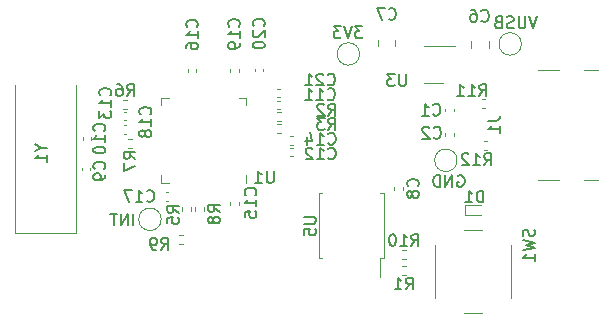
<source format=gbr>
%TF.GenerationSoftware,KiCad,Pcbnew,7.0.1*%
%TF.CreationDate,2023-04-17T02:54:27-04:00*%
%TF.ProjectId,DesktopSensorHub,4465736b-746f-4705-9365-6e736f724875,rev?*%
%TF.SameCoordinates,Original*%
%TF.FileFunction,Legend,Bot*%
%TF.FilePolarity,Positive*%
%FSLAX46Y46*%
G04 Gerber Fmt 4.6, Leading zero omitted, Abs format (unit mm)*
G04 Created by KiCad (PCBNEW 7.0.1) date 2023-04-17 02:54:27*
%MOMM*%
%LPD*%
G01*
G04 APERTURE LIST*
%ADD10C,0.150000*%
%ADD11C,0.120000*%
G04 APERTURE END LIST*
D10*
%TO.C,C6*%
X136516666Y-65467380D02*
X136564285Y-65515000D01*
X136564285Y-65515000D02*
X136707142Y-65562619D01*
X136707142Y-65562619D02*
X136802380Y-65562619D01*
X136802380Y-65562619D02*
X136945237Y-65515000D01*
X136945237Y-65515000D02*
X137040475Y-65419761D01*
X137040475Y-65419761D02*
X137088094Y-65324523D01*
X137088094Y-65324523D02*
X137135713Y-65134047D01*
X137135713Y-65134047D02*
X137135713Y-64991190D01*
X137135713Y-64991190D02*
X137088094Y-64800714D01*
X137088094Y-64800714D02*
X137040475Y-64705476D01*
X137040475Y-64705476D02*
X136945237Y-64610238D01*
X136945237Y-64610238D02*
X136802380Y-64562619D01*
X136802380Y-64562619D02*
X136707142Y-64562619D01*
X136707142Y-64562619D02*
X136564285Y-64610238D01*
X136564285Y-64610238D02*
X136516666Y-64657857D01*
X135659523Y-64562619D02*
X135849999Y-64562619D01*
X135849999Y-64562619D02*
X135945237Y-64610238D01*
X135945237Y-64610238D02*
X135992856Y-64657857D01*
X135992856Y-64657857D02*
X136088094Y-64800714D01*
X136088094Y-64800714D02*
X136135713Y-64991190D01*
X136135713Y-64991190D02*
X136135713Y-65372142D01*
X136135713Y-65372142D02*
X136088094Y-65467380D01*
X136088094Y-65467380D02*
X136040475Y-65515000D01*
X136040475Y-65515000D02*
X135945237Y-65562619D01*
X135945237Y-65562619D02*
X135754761Y-65562619D01*
X135754761Y-65562619D02*
X135659523Y-65515000D01*
X135659523Y-65515000D02*
X135611904Y-65467380D01*
X135611904Y-65467380D02*
X135564285Y-65372142D01*
X135564285Y-65372142D02*
X135564285Y-65134047D01*
X135564285Y-65134047D02*
X135611904Y-65038809D01*
X135611904Y-65038809D02*
X135659523Y-64991190D01*
X135659523Y-64991190D02*
X135754761Y-64943571D01*
X135754761Y-64943571D02*
X135945237Y-64943571D01*
X135945237Y-64943571D02*
X136040475Y-64991190D01*
X136040475Y-64991190D02*
X136088094Y-65038809D01*
X136088094Y-65038809D02*
X136135713Y-65134047D01*
%TO.C,C19*%
X115967380Y-65977142D02*
X116015000Y-65929523D01*
X116015000Y-65929523D02*
X116062619Y-65786666D01*
X116062619Y-65786666D02*
X116062619Y-65691428D01*
X116062619Y-65691428D02*
X116015000Y-65548571D01*
X116015000Y-65548571D02*
X115919761Y-65453333D01*
X115919761Y-65453333D02*
X115824523Y-65405714D01*
X115824523Y-65405714D02*
X115634047Y-65358095D01*
X115634047Y-65358095D02*
X115491190Y-65358095D01*
X115491190Y-65358095D02*
X115300714Y-65405714D01*
X115300714Y-65405714D02*
X115205476Y-65453333D01*
X115205476Y-65453333D02*
X115110238Y-65548571D01*
X115110238Y-65548571D02*
X115062619Y-65691428D01*
X115062619Y-65691428D02*
X115062619Y-65786666D01*
X115062619Y-65786666D02*
X115110238Y-65929523D01*
X115110238Y-65929523D02*
X115157857Y-65977142D01*
X116062619Y-66929523D02*
X116062619Y-66358095D01*
X116062619Y-66643809D02*
X115062619Y-66643809D01*
X115062619Y-66643809D02*
X115205476Y-66548571D01*
X115205476Y-66548571D02*
X115300714Y-66453333D01*
X115300714Y-66453333D02*
X115348333Y-66358095D01*
X116062619Y-67405714D02*
X116062619Y-67596190D01*
X116062619Y-67596190D02*
X116015000Y-67691428D01*
X116015000Y-67691428D02*
X115967380Y-67739047D01*
X115967380Y-67739047D02*
X115824523Y-67834285D01*
X115824523Y-67834285D02*
X115634047Y-67881904D01*
X115634047Y-67881904D02*
X115253095Y-67881904D01*
X115253095Y-67881904D02*
X115157857Y-67834285D01*
X115157857Y-67834285D02*
X115110238Y-67786666D01*
X115110238Y-67786666D02*
X115062619Y-67691428D01*
X115062619Y-67691428D02*
X115062619Y-67500952D01*
X115062619Y-67500952D02*
X115110238Y-67405714D01*
X115110238Y-67405714D02*
X115157857Y-67358095D01*
X115157857Y-67358095D02*
X115253095Y-67310476D01*
X115253095Y-67310476D02*
X115491190Y-67310476D01*
X115491190Y-67310476D02*
X115586428Y-67358095D01*
X115586428Y-67358095D02*
X115634047Y-67405714D01*
X115634047Y-67405714D02*
X115681666Y-67500952D01*
X115681666Y-67500952D02*
X115681666Y-67691428D01*
X115681666Y-67691428D02*
X115634047Y-67786666D01*
X115634047Y-67786666D02*
X115586428Y-67834285D01*
X115586428Y-67834285D02*
X115491190Y-67881904D01*
%TO.C,C17*%
X108192857Y-80717380D02*
X108240476Y-80765000D01*
X108240476Y-80765000D02*
X108383333Y-80812619D01*
X108383333Y-80812619D02*
X108478571Y-80812619D01*
X108478571Y-80812619D02*
X108621428Y-80765000D01*
X108621428Y-80765000D02*
X108716666Y-80669761D01*
X108716666Y-80669761D02*
X108764285Y-80574523D01*
X108764285Y-80574523D02*
X108811904Y-80384047D01*
X108811904Y-80384047D02*
X108811904Y-80241190D01*
X108811904Y-80241190D02*
X108764285Y-80050714D01*
X108764285Y-80050714D02*
X108716666Y-79955476D01*
X108716666Y-79955476D02*
X108621428Y-79860238D01*
X108621428Y-79860238D02*
X108478571Y-79812619D01*
X108478571Y-79812619D02*
X108383333Y-79812619D01*
X108383333Y-79812619D02*
X108240476Y-79860238D01*
X108240476Y-79860238D02*
X108192857Y-79907857D01*
X107240476Y-80812619D02*
X107811904Y-80812619D01*
X107526190Y-80812619D02*
X107526190Y-79812619D01*
X107526190Y-79812619D02*
X107621428Y-79955476D01*
X107621428Y-79955476D02*
X107716666Y-80050714D01*
X107716666Y-80050714D02*
X107811904Y-80098333D01*
X106907142Y-79812619D02*
X106240476Y-79812619D01*
X106240476Y-79812619D02*
X106669047Y-80812619D01*
%TO.C,Y1*%
X99236428Y-76223809D02*
X99712619Y-76223809D01*
X98712619Y-75890476D02*
X99236428Y-76223809D01*
X99236428Y-76223809D02*
X98712619Y-76557142D01*
X99712619Y-77414285D02*
X99712619Y-76842857D01*
X99712619Y-77128571D02*
X98712619Y-77128571D01*
X98712619Y-77128571D02*
X98855476Y-77033333D01*
X98855476Y-77033333D02*
X98950714Y-76938095D01*
X98950714Y-76938095D02*
X98998333Y-76842857D01*
%TO.C,D1*%
X136688094Y-80862619D02*
X136688094Y-79862619D01*
X136688094Y-79862619D02*
X136449999Y-79862619D01*
X136449999Y-79862619D02*
X136307142Y-79910238D01*
X136307142Y-79910238D02*
X136211904Y-80005476D01*
X136211904Y-80005476D02*
X136164285Y-80100714D01*
X136164285Y-80100714D02*
X136116666Y-80291190D01*
X136116666Y-80291190D02*
X136116666Y-80434047D01*
X136116666Y-80434047D02*
X136164285Y-80624523D01*
X136164285Y-80624523D02*
X136211904Y-80719761D01*
X136211904Y-80719761D02*
X136307142Y-80815000D01*
X136307142Y-80815000D02*
X136449999Y-80862619D01*
X136449999Y-80862619D02*
X136688094Y-80862619D01*
X135164285Y-80862619D02*
X135735713Y-80862619D01*
X135449999Y-80862619D02*
X135449999Y-79862619D01*
X135449999Y-79862619D02*
X135545237Y-80005476D01*
X135545237Y-80005476D02*
X135640475Y-80100714D01*
X135640475Y-80100714D02*
X135735713Y-80148333D01*
%TO.C,R6*%
X106516666Y-71862619D02*
X106849999Y-71386428D01*
X107088094Y-71862619D02*
X107088094Y-70862619D01*
X107088094Y-70862619D02*
X106707142Y-70862619D01*
X106707142Y-70862619D02*
X106611904Y-70910238D01*
X106611904Y-70910238D02*
X106564285Y-70957857D01*
X106564285Y-70957857D02*
X106516666Y-71053095D01*
X106516666Y-71053095D02*
X106516666Y-71195952D01*
X106516666Y-71195952D02*
X106564285Y-71291190D01*
X106564285Y-71291190D02*
X106611904Y-71338809D01*
X106611904Y-71338809D02*
X106707142Y-71386428D01*
X106707142Y-71386428D02*
X107088094Y-71386428D01*
X105659523Y-70862619D02*
X105849999Y-70862619D01*
X105849999Y-70862619D02*
X105945237Y-70910238D01*
X105945237Y-70910238D02*
X105992856Y-70957857D01*
X105992856Y-70957857D02*
X106088094Y-71100714D01*
X106088094Y-71100714D02*
X106135713Y-71291190D01*
X106135713Y-71291190D02*
X106135713Y-71672142D01*
X106135713Y-71672142D02*
X106088094Y-71767380D01*
X106088094Y-71767380D02*
X106040475Y-71815000D01*
X106040475Y-71815000D02*
X105945237Y-71862619D01*
X105945237Y-71862619D02*
X105754761Y-71862619D01*
X105754761Y-71862619D02*
X105659523Y-71815000D01*
X105659523Y-71815000D02*
X105611904Y-71767380D01*
X105611904Y-71767380D02*
X105564285Y-71672142D01*
X105564285Y-71672142D02*
X105564285Y-71434047D01*
X105564285Y-71434047D02*
X105611904Y-71338809D01*
X105611904Y-71338809D02*
X105659523Y-71291190D01*
X105659523Y-71291190D02*
X105754761Y-71243571D01*
X105754761Y-71243571D02*
X105945237Y-71243571D01*
X105945237Y-71243571D02*
X106040475Y-71291190D01*
X106040475Y-71291190D02*
X106088094Y-71338809D01*
X106088094Y-71338809D02*
X106135713Y-71434047D01*
%TO.C,R7*%
X107212619Y-77183333D02*
X106736428Y-76850000D01*
X107212619Y-76611905D02*
X106212619Y-76611905D01*
X106212619Y-76611905D02*
X106212619Y-76992857D01*
X106212619Y-76992857D02*
X106260238Y-77088095D01*
X106260238Y-77088095D02*
X106307857Y-77135714D01*
X106307857Y-77135714D02*
X106403095Y-77183333D01*
X106403095Y-77183333D02*
X106545952Y-77183333D01*
X106545952Y-77183333D02*
X106641190Y-77135714D01*
X106641190Y-77135714D02*
X106688809Y-77088095D01*
X106688809Y-77088095D02*
X106736428Y-76992857D01*
X106736428Y-76992857D02*
X106736428Y-76611905D01*
X106212619Y-77516667D02*
X106212619Y-78183333D01*
X106212619Y-78183333D02*
X107212619Y-77754762D01*
%TO.C,R11*%
X136342857Y-71862619D02*
X136676190Y-71386428D01*
X136914285Y-71862619D02*
X136914285Y-70862619D01*
X136914285Y-70862619D02*
X136533333Y-70862619D01*
X136533333Y-70862619D02*
X136438095Y-70910238D01*
X136438095Y-70910238D02*
X136390476Y-70957857D01*
X136390476Y-70957857D02*
X136342857Y-71053095D01*
X136342857Y-71053095D02*
X136342857Y-71195952D01*
X136342857Y-71195952D02*
X136390476Y-71291190D01*
X136390476Y-71291190D02*
X136438095Y-71338809D01*
X136438095Y-71338809D02*
X136533333Y-71386428D01*
X136533333Y-71386428D02*
X136914285Y-71386428D01*
X135390476Y-71862619D02*
X135961904Y-71862619D01*
X135676190Y-71862619D02*
X135676190Y-70862619D01*
X135676190Y-70862619D02*
X135771428Y-71005476D01*
X135771428Y-71005476D02*
X135866666Y-71100714D01*
X135866666Y-71100714D02*
X135961904Y-71148333D01*
X134438095Y-71862619D02*
X135009523Y-71862619D01*
X134723809Y-71862619D02*
X134723809Y-70862619D01*
X134723809Y-70862619D02*
X134819047Y-71005476D01*
X134819047Y-71005476D02*
X134914285Y-71100714D01*
X134914285Y-71100714D02*
X135009523Y-71148333D01*
%TO.C,C9*%
X104567380Y-78033333D02*
X104615000Y-77985714D01*
X104615000Y-77985714D02*
X104662619Y-77842857D01*
X104662619Y-77842857D02*
X104662619Y-77747619D01*
X104662619Y-77747619D02*
X104615000Y-77604762D01*
X104615000Y-77604762D02*
X104519761Y-77509524D01*
X104519761Y-77509524D02*
X104424523Y-77461905D01*
X104424523Y-77461905D02*
X104234047Y-77414286D01*
X104234047Y-77414286D02*
X104091190Y-77414286D01*
X104091190Y-77414286D02*
X103900714Y-77461905D01*
X103900714Y-77461905D02*
X103805476Y-77509524D01*
X103805476Y-77509524D02*
X103710238Y-77604762D01*
X103710238Y-77604762D02*
X103662619Y-77747619D01*
X103662619Y-77747619D02*
X103662619Y-77842857D01*
X103662619Y-77842857D02*
X103710238Y-77985714D01*
X103710238Y-77985714D02*
X103757857Y-78033333D01*
X104662619Y-78509524D02*
X104662619Y-78700000D01*
X104662619Y-78700000D02*
X104615000Y-78795238D01*
X104615000Y-78795238D02*
X104567380Y-78842857D01*
X104567380Y-78842857D02*
X104424523Y-78938095D01*
X104424523Y-78938095D02*
X104234047Y-78985714D01*
X104234047Y-78985714D02*
X103853095Y-78985714D01*
X103853095Y-78985714D02*
X103757857Y-78938095D01*
X103757857Y-78938095D02*
X103710238Y-78890476D01*
X103710238Y-78890476D02*
X103662619Y-78795238D01*
X103662619Y-78795238D02*
X103662619Y-78604762D01*
X103662619Y-78604762D02*
X103710238Y-78509524D01*
X103710238Y-78509524D02*
X103757857Y-78461905D01*
X103757857Y-78461905D02*
X103853095Y-78414286D01*
X103853095Y-78414286D02*
X104091190Y-78414286D01*
X104091190Y-78414286D02*
X104186428Y-78461905D01*
X104186428Y-78461905D02*
X104234047Y-78509524D01*
X104234047Y-78509524D02*
X104281666Y-78604762D01*
X104281666Y-78604762D02*
X104281666Y-78795238D01*
X104281666Y-78795238D02*
X104234047Y-78890476D01*
X104234047Y-78890476D02*
X104186428Y-78938095D01*
X104186428Y-78938095D02*
X104091190Y-78985714D01*
%TO.C,R5*%
X110912619Y-81733333D02*
X110436428Y-81400000D01*
X110912619Y-81161905D02*
X109912619Y-81161905D01*
X109912619Y-81161905D02*
X109912619Y-81542857D01*
X109912619Y-81542857D02*
X109960238Y-81638095D01*
X109960238Y-81638095D02*
X110007857Y-81685714D01*
X110007857Y-81685714D02*
X110103095Y-81733333D01*
X110103095Y-81733333D02*
X110245952Y-81733333D01*
X110245952Y-81733333D02*
X110341190Y-81685714D01*
X110341190Y-81685714D02*
X110388809Y-81638095D01*
X110388809Y-81638095D02*
X110436428Y-81542857D01*
X110436428Y-81542857D02*
X110436428Y-81161905D01*
X109912619Y-82638095D02*
X109912619Y-82161905D01*
X109912619Y-82161905D02*
X110388809Y-82114286D01*
X110388809Y-82114286D02*
X110341190Y-82161905D01*
X110341190Y-82161905D02*
X110293571Y-82257143D01*
X110293571Y-82257143D02*
X110293571Y-82495238D01*
X110293571Y-82495238D02*
X110341190Y-82590476D01*
X110341190Y-82590476D02*
X110388809Y-82638095D01*
X110388809Y-82638095D02*
X110484047Y-82685714D01*
X110484047Y-82685714D02*
X110722142Y-82685714D01*
X110722142Y-82685714D02*
X110817380Y-82638095D01*
X110817380Y-82638095D02*
X110865000Y-82590476D01*
X110865000Y-82590476D02*
X110912619Y-82495238D01*
X110912619Y-82495238D02*
X110912619Y-82257143D01*
X110912619Y-82257143D02*
X110865000Y-82161905D01*
X110865000Y-82161905D02*
X110817380Y-82114286D01*
%TO.C,SW1*%
X140965000Y-83166667D02*
X141012619Y-83309524D01*
X141012619Y-83309524D02*
X141012619Y-83547619D01*
X141012619Y-83547619D02*
X140965000Y-83642857D01*
X140965000Y-83642857D02*
X140917380Y-83690476D01*
X140917380Y-83690476D02*
X140822142Y-83738095D01*
X140822142Y-83738095D02*
X140726904Y-83738095D01*
X140726904Y-83738095D02*
X140631666Y-83690476D01*
X140631666Y-83690476D02*
X140584047Y-83642857D01*
X140584047Y-83642857D02*
X140536428Y-83547619D01*
X140536428Y-83547619D02*
X140488809Y-83357143D01*
X140488809Y-83357143D02*
X140441190Y-83261905D01*
X140441190Y-83261905D02*
X140393571Y-83214286D01*
X140393571Y-83214286D02*
X140298333Y-83166667D01*
X140298333Y-83166667D02*
X140203095Y-83166667D01*
X140203095Y-83166667D02*
X140107857Y-83214286D01*
X140107857Y-83214286D02*
X140060238Y-83261905D01*
X140060238Y-83261905D02*
X140012619Y-83357143D01*
X140012619Y-83357143D02*
X140012619Y-83595238D01*
X140012619Y-83595238D02*
X140060238Y-83738095D01*
X140012619Y-84071429D02*
X141012619Y-84309524D01*
X141012619Y-84309524D02*
X140298333Y-84500000D01*
X140298333Y-84500000D02*
X141012619Y-84690476D01*
X141012619Y-84690476D02*
X140012619Y-84928572D01*
X141012619Y-85833333D02*
X141012619Y-85261905D01*
X141012619Y-85547619D02*
X140012619Y-85547619D01*
X140012619Y-85547619D02*
X140155476Y-85452381D01*
X140155476Y-85452381D02*
X140250714Y-85357143D01*
X140250714Y-85357143D02*
X140298333Y-85261905D01*
%TO.C,C8*%
X131117380Y-79503333D02*
X131165000Y-79455714D01*
X131165000Y-79455714D02*
X131212619Y-79312857D01*
X131212619Y-79312857D02*
X131212619Y-79217619D01*
X131212619Y-79217619D02*
X131165000Y-79074762D01*
X131165000Y-79074762D02*
X131069761Y-78979524D01*
X131069761Y-78979524D02*
X130974523Y-78931905D01*
X130974523Y-78931905D02*
X130784047Y-78884286D01*
X130784047Y-78884286D02*
X130641190Y-78884286D01*
X130641190Y-78884286D02*
X130450714Y-78931905D01*
X130450714Y-78931905D02*
X130355476Y-78979524D01*
X130355476Y-78979524D02*
X130260238Y-79074762D01*
X130260238Y-79074762D02*
X130212619Y-79217619D01*
X130212619Y-79217619D02*
X130212619Y-79312857D01*
X130212619Y-79312857D02*
X130260238Y-79455714D01*
X130260238Y-79455714D02*
X130307857Y-79503333D01*
X130641190Y-80074762D02*
X130593571Y-79979524D01*
X130593571Y-79979524D02*
X130545952Y-79931905D01*
X130545952Y-79931905D02*
X130450714Y-79884286D01*
X130450714Y-79884286D02*
X130403095Y-79884286D01*
X130403095Y-79884286D02*
X130307857Y-79931905D01*
X130307857Y-79931905D02*
X130260238Y-79979524D01*
X130260238Y-79979524D02*
X130212619Y-80074762D01*
X130212619Y-80074762D02*
X130212619Y-80265238D01*
X130212619Y-80265238D02*
X130260238Y-80360476D01*
X130260238Y-80360476D02*
X130307857Y-80408095D01*
X130307857Y-80408095D02*
X130403095Y-80455714D01*
X130403095Y-80455714D02*
X130450714Y-80455714D01*
X130450714Y-80455714D02*
X130545952Y-80408095D01*
X130545952Y-80408095D02*
X130593571Y-80360476D01*
X130593571Y-80360476D02*
X130641190Y-80265238D01*
X130641190Y-80265238D02*
X130641190Y-80074762D01*
X130641190Y-80074762D02*
X130688809Y-79979524D01*
X130688809Y-79979524D02*
X130736428Y-79931905D01*
X130736428Y-79931905D02*
X130831666Y-79884286D01*
X130831666Y-79884286D02*
X131022142Y-79884286D01*
X131022142Y-79884286D02*
X131117380Y-79931905D01*
X131117380Y-79931905D02*
X131165000Y-79979524D01*
X131165000Y-79979524D02*
X131212619Y-80074762D01*
X131212619Y-80074762D02*
X131212619Y-80265238D01*
X131212619Y-80265238D02*
X131165000Y-80360476D01*
X131165000Y-80360476D02*
X131117380Y-80408095D01*
X131117380Y-80408095D02*
X131022142Y-80455714D01*
X131022142Y-80455714D02*
X130831666Y-80455714D01*
X130831666Y-80455714D02*
X130736428Y-80408095D01*
X130736428Y-80408095D02*
X130688809Y-80360476D01*
X130688809Y-80360476D02*
X130641190Y-80265238D01*
%TO.C,U1*%
X118911904Y-78212619D02*
X118911904Y-79022142D01*
X118911904Y-79022142D02*
X118864285Y-79117380D01*
X118864285Y-79117380D02*
X118816666Y-79165000D01*
X118816666Y-79165000D02*
X118721428Y-79212619D01*
X118721428Y-79212619D02*
X118530952Y-79212619D01*
X118530952Y-79212619D02*
X118435714Y-79165000D01*
X118435714Y-79165000D02*
X118388095Y-79117380D01*
X118388095Y-79117380D02*
X118340476Y-79022142D01*
X118340476Y-79022142D02*
X118340476Y-78212619D01*
X117340476Y-79212619D02*
X117911904Y-79212619D01*
X117626190Y-79212619D02*
X117626190Y-78212619D01*
X117626190Y-78212619D02*
X117721428Y-78355476D01*
X117721428Y-78355476D02*
X117816666Y-78450714D01*
X117816666Y-78450714D02*
X117911904Y-78498333D01*
%TO.C,R1*%
X130116666Y-88232619D02*
X130449999Y-87756428D01*
X130688094Y-88232619D02*
X130688094Y-87232619D01*
X130688094Y-87232619D02*
X130307142Y-87232619D01*
X130307142Y-87232619D02*
X130211904Y-87280238D01*
X130211904Y-87280238D02*
X130164285Y-87327857D01*
X130164285Y-87327857D02*
X130116666Y-87423095D01*
X130116666Y-87423095D02*
X130116666Y-87565952D01*
X130116666Y-87565952D02*
X130164285Y-87661190D01*
X130164285Y-87661190D02*
X130211904Y-87708809D01*
X130211904Y-87708809D02*
X130307142Y-87756428D01*
X130307142Y-87756428D02*
X130688094Y-87756428D01*
X129164285Y-88232619D02*
X129735713Y-88232619D01*
X129449999Y-88232619D02*
X129449999Y-87232619D01*
X129449999Y-87232619D02*
X129545237Y-87375476D01*
X129545237Y-87375476D02*
X129640475Y-87470714D01*
X129640475Y-87470714D02*
X129735713Y-87518333D01*
%TO.C,R8*%
X114362619Y-81683333D02*
X113886428Y-81350000D01*
X114362619Y-81111905D02*
X113362619Y-81111905D01*
X113362619Y-81111905D02*
X113362619Y-81492857D01*
X113362619Y-81492857D02*
X113410238Y-81588095D01*
X113410238Y-81588095D02*
X113457857Y-81635714D01*
X113457857Y-81635714D02*
X113553095Y-81683333D01*
X113553095Y-81683333D02*
X113695952Y-81683333D01*
X113695952Y-81683333D02*
X113791190Y-81635714D01*
X113791190Y-81635714D02*
X113838809Y-81588095D01*
X113838809Y-81588095D02*
X113886428Y-81492857D01*
X113886428Y-81492857D02*
X113886428Y-81111905D01*
X113791190Y-82254762D02*
X113743571Y-82159524D01*
X113743571Y-82159524D02*
X113695952Y-82111905D01*
X113695952Y-82111905D02*
X113600714Y-82064286D01*
X113600714Y-82064286D02*
X113553095Y-82064286D01*
X113553095Y-82064286D02*
X113457857Y-82111905D01*
X113457857Y-82111905D02*
X113410238Y-82159524D01*
X113410238Y-82159524D02*
X113362619Y-82254762D01*
X113362619Y-82254762D02*
X113362619Y-82445238D01*
X113362619Y-82445238D02*
X113410238Y-82540476D01*
X113410238Y-82540476D02*
X113457857Y-82588095D01*
X113457857Y-82588095D02*
X113553095Y-82635714D01*
X113553095Y-82635714D02*
X113600714Y-82635714D01*
X113600714Y-82635714D02*
X113695952Y-82588095D01*
X113695952Y-82588095D02*
X113743571Y-82540476D01*
X113743571Y-82540476D02*
X113791190Y-82445238D01*
X113791190Y-82445238D02*
X113791190Y-82254762D01*
X113791190Y-82254762D02*
X113838809Y-82159524D01*
X113838809Y-82159524D02*
X113886428Y-82111905D01*
X113886428Y-82111905D02*
X113981666Y-82064286D01*
X113981666Y-82064286D02*
X114172142Y-82064286D01*
X114172142Y-82064286D02*
X114267380Y-82111905D01*
X114267380Y-82111905D02*
X114315000Y-82159524D01*
X114315000Y-82159524D02*
X114362619Y-82254762D01*
X114362619Y-82254762D02*
X114362619Y-82445238D01*
X114362619Y-82445238D02*
X114315000Y-82540476D01*
X114315000Y-82540476D02*
X114267380Y-82588095D01*
X114267380Y-82588095D02*
X114172142Y-82635714D01*
X114172142Y-82635714D02*
X113981666Y-82635714D01*
X113981666Y-82635714D02*
X113886428Y-82588095D01*
X113886428Y-82588095D02*
X113838809Y-82540476D01*
X113838809Y-82540476D02*
X113791190Y-82445238D01*
%TO.C,TP1*%
X126438094Y-65962619D02*
X125819047Y-65962619D01*
X125819047Y-65962619D02*
X126152380Y-66343571D01*
X126152380Y-66343571D02*
X126009523Y-66343571D01*
X126009523Y-66343571D02*
X125914285Y-66391190D01*
X125914285Y-66391190D02*
X125866666Y-66438809D01*
X125866666Y-66438809D02*
X125819047Y-66534047D01*
X125819047Y-66534047D02*
X125819047Y-66772142D01*
X125819047Y-66772142D02*
X125866666Y-66867380D01*
X125866666Y-66867380D02*
X125914285Y-66915000D01*
X125914285Y-66915000D02*
X126009523Y-66962619D01*
X126009523Y-66962619D02*
X126295237Y-66962619D01*
X126295237Y-66962619D02*
X126390475Y-66915000D01*
X126390475Y-66915000D02*
X126438094Y-66867380D01*
X125533332Y-65962619D02*
X125199999Y-66962619D01*
X125199999Y-66962619D02*
X124866666Y-65962619D01*
X124628570Y-65962619D02*
X124009523Y-65962619D01*
X124009523Y-65962619D02*
X124342856Y-66343571D01*
X124342856Y-66343571D02*
X124199999Y-66343571D01*
X124199999Y-66343571D02*
X124104761Y-66391190D01*
X124104761Y-66391190D02*
X124057142Y-66438809D01*
X124057142Y-66438809D02*
X124009523Y-66534047D01*
X124009523Y-66534047D02*
X124009523Y-66772142D01*
X124009523Y-66772142D02*
X124057142Y-66867380D01*
X124057142Y-66867380D02*
X124104761Y-66915000D01*
X124104761Y-66915000D02*
X124199999Y-66962619D01*
X124199999Y-66962619D02*
X124485713Y-66962619D01*
X124485713Y-66962619D02*
X124580951Y-66915000D01*
X124580951Y-66915000D02*
X124628570Y-66867380D01*
%TO.C,R12*%
X136742857Y-77712619D02*
X137076190Y-77236428D01*
X137314285Y-77712619D02*
X137314285Y-76712619D01*
X137314285Y-76712619D02*
X136933333Y-76712619D01*
X136933333Y-76712619D02*
X136838095Y-76760238D01*
X136838095Y-76760238D02*
X136790476Y-76807857D01*
X136790476Y-76807857D02*
X136742857Y-76903095D01*
X136742857Y-76903095D02*
X136742857Y-77045952D01*
X136742857Y-77045952D02*
X136790476Y-77141190D01*
X136790476Y-77141190D02*
X136838095Y-77188809D01*
X136838095Y-77188809D02*
X136933333Y-77236428D01*
X136933333Y-77236428D02*
X137314285Y-77236428D01*
X135790476Y-77712619D02*
X136361904Y-77712619D01*
X136076190Y-77712619D02*
X136076190Y-76712619D01*
X136076190Y-76712619D02*
X136171428Y-76855476D01*
X136171428Y-76855476D02*
X136266666Y-76950714D01*
X136266666Y-76950714D02*
X136361904Y-76998333D01*
X135409523Y-76807857D02*
X135361904Y-76760238D01*
X135361904Y-76760238D02*
X135266666Y-76712619D01*
X135266666Y-76712619D02*
X135028571Y-76712619D01*
X135028571Y-76712619D02*
X134933333Y-76760238D01*
X134933333Y-76760238D02*
X134885714Y-76807857D01*
X134885714Y-76807857D02*
X134838095Y-76903095D01*
X134838095Y-76903095D02*
X134838095Y-76998333D01*
X134838095Y-76998333D02*
X134885714Y-77141190D01*
X134885714Y-77141190D02*
X135457142Y-77712619D01*
X135457142Y-77712619D02*
X134838095Y-77712619D01*
%TO.C,C13*%
X105067380Y-71807142D02*
X105115000Y-71759523D01*
X105115000Y-71759523D02*
X105162619Y-71616666D01*
X105162619Y-71616666D02*
X105162619Y-71521428D01*
X105162619Y-71521428D02*
X105115000Y-71378571D01*
X105115000Y-71378571D02*
X105019761Y-71283333D01*
X105019761Y-71283333D02*
X104924523Y-71235714D01*
X104924523Y-71235714D02*
X104734047Y-71188095D01*
X104734047Y-71188095D02*
X104591190Y-71188095D01*
X104591190Y-71188095D02*
X104400714Y-71235714D01*
X104400714Y-71235714D02*
X104305476Y-71283333D01*
X104305476Y-71283333D02*
X104210238Y-71378571D01*
X104210238Y-71378571D02*
X104162619Y-71521428D01*
X104162619Y-71521428D02*
X104162619Y-71616666D01*
X104162619Y-71616666D02*
X104210238Y-71759523D01*
X104210238Y-71759523D02*
X104257857Y-71807142D01*
X105162619Y-72759523D02*
X105162619Y-72188095D01*
X105162619Y-72473809D02*
X104162619Y-72473809D01*
X104162619Y-72473809D02*
X104305476Y-72378571D01*
X104305476Y-72378571D02*
X104400714Y-72283333D01*
X104400714Y-72283333D02*
X104448333Y-72188095D01*
X104162619Y-73092857D02*
X104162619Y-73711904D01*
X104162619Y-73711904D02*
X104543571Y-73378571D01*
X104543571Y-73378571D02*
X104543571Y-73521428D01*
X104543571Y-73521428D02*
X104591190Y-73616666D01*
X104591190Y-73616666D02*
X104638809Y-73664285D01*
X104638809Y-73664285D02*
X104734047Y-73711904D01*
X104734047Y-73711904D02*
X104972142Y-73711904D01*
X104972142Y-73711904D02*
X105067380Y-73664285D01*
X105067380Y-73664285D02*
X105115000Y-73616666D01*
X105115000Y-73616666D02*
X105162619Y-73521428D01*
X105162619Y-73521428D02*
X105162619Y-73235714D01*
X105162619Y-73235714D02*
X105115000Y-73140476D01*
X105115000Y-73140476D02*
X105067380Y-73092857D01*
%TO.C,TP2*%
X134511904Y-78610238D02*
X134607142Y-78562619D01*
X134607142Y-78562619D02*
X134749999Y-78562619D01*
X134749999Y-78562619D02*
X134892856Y-78610238D01*
X134892856Y-78610238D02*
X134988094Y-78705476D01*
X134988094Y-78705476D02*
X135035713Y-78800714D01*
X135035713Y-78800714D02*
X135083332Y-78991190D01*
X135083332Y-78991190D02*
X135083332Y-79134047D01*
X135083332Y-79134047D02*
X135035713Y-79324523D01*
X135035713Y-79324523D02*
X134988094Y-79419761D01*
X134988094Y-79419761D02*
X134892856Y-79515000D01*
X134892856Y-79515000D02*
X134749999Y-79562619D01*
X134749999Y-79562619D02*
X134654761Y-79562619D01*
X134654761Y-79562619D02*
X134511904Y-79515000D01*
X134511904Y-79515000D02*
X134464285Y-79467380D01*
X134464285Y-79467380D02*
X134464285Y-79134047D01*
X134464285Y-79134047D02*
X134654761Y-79134047D01*
X134035713Y-79562619D02*
X134035713Y-78562619D01*
X134035713Y-78562619D02*
X133464285Y-79562619D01*
X133464285Y-79562619D02*
X133464285Y-78562619D01*
X132988094Y-79562619D02*
X132988094Y-78562619D01*
X132988094Y-78562619D02*
X132749999Y-78562619D01*
X132749999Y-78562619D02*
X132607142Y-78610238D01*
X132607142Y-78610238D02*
X132511904Y-78705476D01*
X132511904Y-78705476D02*
X132464285Y-78800714D01*
X132464285Y-78800714D02*
X132416666Y-78991190D01*
X132416666Y-78991190D02*
X132416666Y-79134047D01*
X132416666Y-79134047D02*
X132464285Y-79324523D01*
X132464285Y-79324523D02*
X132511904Y-79419761D01*
X132511904Y-79419761D02*
X132607142Y-79515000D01*
X132607142Y-79515000D02*
X132749999Y-79562619D01*
X132749999Y-79562619D02*
X132988094Y-79562619D01*
%TO.C,R2*%
X123566666Y-73512619D02*
X123899999Y-73036428D01*
X124138094Y-73512619D02*
X124138094Y-72512619D01*
X124138094Y-72512619D02*
X123757142Y-72512619D01*
X123757142Y-72512619D02*
X123661904Y-72560238D01*
X123661904Y-72560238D02*
X123614285Y-72607857D01*
X123614285Y-72607857D02*
X123566666Y-72703095D01*
X123566666Y-72703095D02*
X123566666Y-72845952D01*
X123566666Y-72845952D02*
X123614285Y-72941190D01*
X123614285Y-72941190D02*
X123661904Y-72988809D01*
X123661904Y-72988809D02*
X123757142Y-73036428D01*
X123757142Y-73036428D02*
X124138094Y-73036428D01*
X123185713Y-72607857D02*
X123138094Y-72560238D01*
X123138094Y-72560238D02*
X123042856Y-72512619D01*
X123042856Y-72512619D02*
X122804761Y-72512619D01*
X122804761Y-72512619D02*
X122709523Y-72560238D01*
X122709523Y-72560238D02*
X122661904Y-72607857D01*
X122661904Y-72607857D02*
X122614285Y-72703095D01*
X122614285Y-72703095D02*
X122614285Y-72798333D01*
X122614285Y-72798333D02*
X122661904Y-72941190D01*
X122661904Y-72941190D02*
X123233332Y-73512619D01*
X123233332Y-73512619D02*
X122614285Y-73512619D01*
%TO.C,C11*%
X123492857Y-72117380D02*
X123540476Y-72165000D01*
X123540476Y-72165000D02*
X123683333Y-72212619D01*
X123683333Y-72212619D02*
X123778571Y-72212619D01*
X123778571Y-72212619D02*
X123921428Y-72165000D01*
X123921428Y-72165000D02*
X124016666Y-72069761D01*
X124016666Y-72069761D02*
X124064285Y-71974523D01*
X124064285Y-71974523D02*
X124111904Y-71784047D01*
X124111904Y-71784047D02*
X124111904Y-71641190D01*
X124111904Y-71641190D02*
X124064285Y-71450714D01*
X124064285Y-71450714D02*
X124016666Y-71355476D01*
X124016666Y-71355476D02*
X123921428Y-71260238D01*
X123921428Y-71260238D02*
X123778571Y-71212619D01*
X123778571Y-71212619D02*
X123683333Y-71212619D01*
X123683333Y-71212619D02*
X123540476Y-71260238D01*
X123540476Y-71260238D02*
X123492857Y-71307857D01*
X122540476Y-72212619D02*
X123111904Y-72212619D01*
X122826190Y-72212619D02*
X122826190Y-71212619D01*
X122826190Y-71212619D02*
X122921428Y-71355476D01*
X122921428Y-71355476D02*
X123016666Y-71450714D01*
X123016666Y-71450714D02*
X123111904Y-71498333D01*
X121588095Y-72212619D02*
X122159523Y-72212619D01*
X121873809Y-72212619D02*
X121873809Y-71212619D01*
X121873809Y-71212619D02*
X121969047Y-71355476D01*
X121969047Y-71355476D02*
X122064285Y-71450714D01*
X122064285Y-71450714D02*
X122159523Y-71498333D01*
%TO.C,C1*%
X132416666Y-73417380D02*
X132464285Y-73465000D01*
X132464285Y-73465000D02*
X132607142Y-73512619D01*
X132607142Y-73512619D02*
X132702380Y-73512619D01*
X132702380Y-73512619D02*
X132845237Y-73465000D01*
X132845237Y-73465000D02*
X132940475Y-73369761D01*
X132940475Y-73369761D02*
X132988094Y-73274523D01*
X132988094Y-73274523D02*
X133035713Y-73084047D01*
X133035713Y-73084047D02*
X133035713Y-72941190D01*
X133035713Y-72941190D02*
X132988094Y-72750714D01*
X132988094Y-72750714D02*
X132940475Y-72655476D01*
X132940475Y-72655476D02*
X132845237Y-72560238D01*
X132845237Y-72560238D02*
X132702380Y-72512619D01*
X132702380Y-72512619D02*
X132607142Y-72512619D01*
X132607142Y-72512619D02*
X132464285Y-72560238D01*
X132464285Y-72560238D02*
X132416666Y-72607857D01*
X131464285Y-73512619D02*
X132035713Y-73512619D01*
X131749999Y-73512619D02*
X131749999Y-72512619D01*
X131749999Y-72512619D02*
X131845237Y-72655476D01*
X131845237Y-72655476D02*
X131940475Y-72750714D01*
X131940475Y-72750714D02*
X132035713Y-72798333D01*
%TO.C,R10*%
X130592857Y-84542619D02*
X130926190Y-84066428D01*
X131164285Y-84542619D02*
X131164285Y-83542619D01*
X131164285Y-83542619D02*
X130783333Y-83542619D01*
X130783333Y-83542619D02*
X130688095Y-83590238D01*
X130688095Y-83590238D02*
X130640476Y-83637857D01*
X130640476Y-83637857D02*
X130592857Y-83733095D01*
X130592857Y-83733095D02*
X130592857Y-83875952D01*
X130592857Y-83875952D02*
X130640476Y-83971190D01*
X130640476Y-83971190D02*
X130688095Y-84018809D01*
X130688095Y-84018809D02*
X130783333Y-84066428D01*
X130783333Y-84066428D02*
X131164285Y-84066428D01*
X129640476Y-84542619D02*
X130211904Y-84542619D01*
X129926190Y-84542619D02*
X129926190Y-83542619D01*
X129926190Y-83542619D02*
X130021428Y-83685476D01*
X130021428Y-83685476D02*
X130116666Y-83780714D01*
X130116666Y-83780714D02*
X130211904Y-83828333D01*
X129021428Y-83542619D02*
X128926190Y-83542619D01*
X128926190Y-83542619D02*
X128830952Y-83590238D01*
X128830952Y-83590238D02*
X128783333Y-83637857D01*
X128783333Y-83637857D02*
X128735714Y-83733095D01*
X128735714Y-83733095D02*
X128688095Y-83923571D01*
X128688095Y-83923571D02*
X128688095Y-84161666D01*
X128688095Y-84161666D02*
X128735714Y-84352142D01*
X128735714Y-84352142D02*
X128783333Y-84447380D01*
X128783333Y-84447380D02*
X128830952Y-84495000D01*
X128830952Y-84495000D02*
X128926190Y-84542619D01*
X128926190Y-84542619D02*
X129021428Y-84542619D01*
X129021428Y-84542619D02*
X129116666Y-84495000D01*
X129116666Y-84495000D02*
X129164285Y-84447380D01*
X129164285Y-84447380D02*
X129211904Y-84352142D01*
X129211904Y-84352142D02*
X129259523Y-84161666D01*
X129259523Y-84161666D02*
X129259523Y-83923571D01*
X129259523Y-83923571D02*
X129211904Y-83733095D01*
X129211904Y-83733095D02*
X129164285Y-83637857D01*
X129164285Y-83637857D02*
X129116666Y-83590238D01*
X129116666Y-83590238D02*
X129021428Y-83542619D01*
%TO.C,J1*%
X137062619Y-73966666D02*
X137776904Y-73966666D01*
X137776904Y-73966666D02*
X137919761Y-73919047D01*
X137919761Y-73919047D02*
X138015000Y-73823809D01*
X138015000Y-73823809D02*
X138062619Y-73680952D01*
X138062619Y-73680952D02*
X138062619Y-73585714D01*
X138062619Y-74966666D02*
X138062619Y-74395238D01*
X138062619Y-74680952D02*
X137062619Y-74680952D01*
X137062619Y-74680952D02*
X137205476Y-74585714D01*
X137205476Y-74585714D02*
X137300714Y-74490476D01*
X137300714Y-74490476D02*
X137348333Y-74395238D01*
%TO.C,R3*%
X123566666Y-74712619D02*
X123899999Y-74236428D01*
X124138094Y-74712619D02*
X124138094Y-73712619D01*
X124138094Y-73712619D02*
X123757142Y-73712619D01*
X123757142Y-73712619D02*
X123661904Y-73760238D01*
X123661904Y-73760238D02*
X123614285Y-73807857D01*
X123614285Y-73807857D02*
X123566666Y-73903095D01*
X123566666Y-73903095D02*
X123566666Y-74045952D01*
X123566666Y-74045952D02*
X123614285Y-74141190D01*
X123614285Y-74141190D02*
X123661904Y-74188809D01*
X123661904Y-74188809D02*
X123757142Y-74236428D01*
X123757142Y-74236428D02*
X124138094Y-74236428D01*
X123233332Y-73712619D02*
X122614285Y-73712619D01*
X122614285Y-73712619D02*
X122947618Y-74093571D01*
X122947618Y-74093571D02*
X122804761Y-74093571D01*
X122804761Y-74093571D02*
X122709523Y-74141190D01*
X122709523Y-74141190D02*
X122661904Y-74188809D01*
X122661904Y-74188809D02*
X122614285Y-74284047D01*
X122614285Y-74284047D02*
X122614285Y-74522142D01*
X122614285Y-74522142D02*
X122661904Y-74617380D01*
X122661904Y-74617380D02*
X122709523Y-74665000D01*
X122709523Y-74665000D02*
X122804761Y-74712619D01*
X122804761Y-74712619D02*
X123090475Y-74712619D01*
X123090475Y-74712619D02*
X123185713Y-74665000D01*
X123185713Y-74665000D02*
X123233332Y-74617380D01*
%TO.C,C20*%
X118067380Y-65927142D02*
X118115000Y-65879523D01*
X118115000Y-65879523D02*
X118162619Y-65736666D01*
X118162619Y-65736666D02*
X118162619Y-65641428D01*
X118162619Y-65641428D02*
X118115000Y-65498571D01*
X118115000Y-65498571D02*
X118019761Y-65403333D01*
X118019761Y-65403333D02*
X117924523Y-65355714D01*
X117924523Y-65355714D02*
X117734047Y-65308095D01*
X117734047Y-65308095D02*
X117591190Y-65308095D01*
X117591190Y-65308095D02*
X117400714Y-65355714D01*
X117400714Y-65355714D02*
X117305476Y-65403333D01*
X117305476Y-65403333D02*
X117210238Y-65498571D01*
X117210238Y-65498571D02*
X117162619Y-65641428D01*
X117162619Y-65641428D02*
X117162619Y-65736666D01*
X117162619Y-65736666D02*
X117210238Y-65879523D01*
X117210238Y-65879523D02*
X117257857Y-65927142D01*
X117257857Y-66308095D02*
X117210238Y-66355714D01*
X117210238Y-66355714D02*
X117162619Y-66450952D01*
X117162619Y-66450952D02*
X117162619Y-66689047D01*
X117162619Y-66689047D02*
X117210238Y-66784285D01*
X117210238Y-66784285D02*
X117257857Y-66831904D01*
X117257857Y-66831904D02*
X117353095Y-66879523D01*
X117353095Y-66879523D02*
X117448333Y-66879523D01*
X117448333Y-66879523D02*
X117591190Y-66831904D01*
X117591190Y-66831904D02*
X118162619Y-66260476D01*
X118162619Y-66260476D02*
X118162619Y-66879523D01*
X117162619Y-67498571D02*
X117162619Y-67593809D01*
X117162619Y-67593809D02*
X117210238Y-67689047D01*
X117210238Y-67689047D02*
X117257857Y-67736666D01*
X117257857Y-67736666D02*
X117353095Y-67784285D01*
X117353095Y-67784285D02*
X117543571Y-67831904D01*
X117543571Y-67831904D02*
X117781666Y-67831904D01*
X117781666Y-67831904D02*
X117972142Y-67784285D01*
X117972142Y-67784285D02*
X118067380Y-67736666D01*
X118067380Y-67736666D02*
X118115000Y-67689047D01*
X118115000Y-67689047D02*
X118162619Y-67593809D01*
X118162619Y-67593809D02*
X118162619Y-67498571D01*
X118162619Y-67498571D02*
X118115000Y-67403333D01*
X118115000Y-67403333D02*
X118067380Y-67355714D01*
X118067380Y-67355714D02*
X117972142Y-67308095D01*
X117972142Y-67308095D02*
X117781666Y-67260476D01*
X117781666Y-67260476D02*
X117543571Y-67260476D01*
X117543571Y-67260476D02*
X117353095Y-67308095D01*
X117353095Y-67308095D02*
X117257857Y-67355714D01*
X117257857Y-67355714D02*
X117210238Y-67403333D01*
X117210238Y-67403333D02*
X117162619Y-67498571D01*
%TO.C,C15*%
X117367380Y-80257142D02*
X117415000Y-80209523D01*
X117415000Y-80209523D02*
X117462619Y-80066666D01*
X117462619Y-80066666D02*
X117462619Y-79971428D01*
X117462619Y-79971428D02*
X117415000Y-79828571D01*
X117415000Y-79828571D02*
X117319761Y-79733333D01*
X117319761Y-79733333D02*
X117224523Y-79685714D01*
X117224523Y-79685714D02*
X117034047Y-79638095D01*
X117034047Y-79638095D02*
X116891190Y-79638095D01*
X116891190Y-79638095D02*
X116700714Y-79685714D01*
X116700714Y-79685714D02*
X116605476Y-79733333D01*
X116605476Y-79733333D02*
X116510238Y-79828571D01*
X116510238Y-79828571D02*
X116462619Y-79971428D01*
X116462619Y-79971428D02*
X116462619Y-80066666D01*
X116462619Y-80066666D02*
X116510238Y-80209523D01*
X116510238Y-80209523D02*
X116557857Y-80257142D01*
X117462619Y-81209523D02*
X117462619Y-80638095D01*
X117462619Y-80923809D02*
X116462619Y-80923809D01*
X116462619Y-80923809D02*
X116605476Y-80828571D01*
X116605476Y-80828571D02*
X116700714Y-80733333D01*
X116700714Y-80733333D02*
X116748333Y-80638095D01*
X116462619Y-82114285D02*
X116462619Y-81638095D01*
X116462619Y-81638095D02*
X116938809Y-81590476D01*
X116938809Y-81590476D02*
X116891190Y-81638095D01*
X116891190Y-81638095D02*
X116843571Y-81733333D01*
X116843571Y-81733333D02*
X116843571Y-81971428D01*
X116843571Y-81971428D02*
X116891190Y-82066666D01*
X116891190Y-82066666D02*
X116938809Y-82114285D01*
X116938809Y-82114285D02*
X117034047Y-82161904D01*
X117034047Y-82161904D02*
X117272142Y-82161904D01*
X117272142Y-82161904D02*
X117367380Y-82114285D01*
X117367380Y-82114285D02*
X117415000Y-82066666D01*
X117415000Y-82066666D02*
X117462619Y-81971428D01*
X117462619Y-81971428D02*
X117462619Y-81733333D01*
X117462619Y-81733333D02*
X117415000Y-81638095D01*
X117415000Y-81638095D02*
X117367380Y-81590476D01*
%TO.C,C2*%
X132466666Y-75367380D02*
X132514285Y-75415000D01*
X132514285Y-75415000D02*
X132657142Y-75462619D01*
X132657142Y-75462619D02*
X132752380Y-75462619D01*
X132752380Y-75462619D02*
X132895237Y-75415000D01*
X132895237Y-75415000D02*
X132990475Y-75319761D01*
X132990475Y-75319761D02*
X133038094Y-75224523D01*
X133038094Y-75224523D02*
X133085713Y-75034047D01*
X133085713Y-75034047D02*
X133085713Y-74891190D01*
X133085713Y-74891190D02*
X133038094Y-74700714D01*
X133038094Y-74700714D02*
X132990475Y-74605476D01*
X132990475Y-74605476D02*
X132895237Y-74510238D01*
X132895237Y-74510238D02*
X132752380Y-74462619D01*
X132752380Y-74462619D02*
X132657142Y-74462619D01*
X132657142Y-74462619D02*
X132514285Y-74510238D01*
X132514285Y-74510238D02*
X132466666Y-74557857D01*
X132085713Y-74557857D02*
X132038094Y-74510238D01*
X132038094Y-74510238D02*
X131942856Y-74462619D01*
X131942856Y-74462619D02*
X131704761Y-74462619D01*
X131704761Y-74462619D02*
X131609523Y-74510238D01*
X131609523Y-74510238D02*
X131561904Y-74557857D01*
X131561904Y-74557857D02*
X131514285Y-74653095D01*
X131514285Y-74653095D02*
X131514285Y-74748333D01*
X131514285Y-74748333D02*
X131561904Y-74891190D01*
X131561904Y-74891190D02*
X132133332Y-75462619D01*
X132133332Y-75462619D02*
X131514285Y-75462619D01*
%TO.C,TP3*%
X141233332Y-65112619D02*
X140899999Y-66112619D01*
X140899999Y-66112619D02*
X140566666Y-65112619D01*
X140233332Y-65112619D02*
X140233332Y-65922142D01*
X140233332Y-65922142D02*
X140185713Y-66017380D01*
X140185713Y-66017380D02*
X140138094Y-66065000D01*
X140138094Y-66065000D02*
X140042856Y-66112619D01*
X140042856Y-66112619D02*
X139852380Y-66112619D01*
X139852380Y-66112619D02*
X139757142Y-66065000D01*
X139757142Y-66065000D02*
X139709523Y-66017380D01*
X139709523Y-66017380D02*
X139661904Y-65922142D01*
X139661904Y-65922142D02*
X139661904Y-65112619D01*
X139233332Y-66065000D02*
X139090475Y-66112619D01*
X139090475Y-66112619D02*
X138852380Y-66112619D01*
X138852380Y-66112619D02*
X138757142Y-66065000D01*
X138757142Y-66065000D02*
X138709523Y-66017380D01*
X138709523Y-66017380D02*
X138661904Y-65922142D01*
X138661904Y-65922142D02*
X138661904Y-65826904D01*
X138661904Y-65826904D02*
X138709523Y-65731666D01*
X138709523Y-65731666D02*
X138757142Y-65684047D01*
X138757142Y-65684047D02*
X138852380Y-65636428D01*
X138852380Y-65636428D02*
X139042856Y-65588809D01*
X139042856Y-65588809D02*
X139138094Y-65541190D01*
X139138094Y-65541190D02*
X139185713Y-65493571D01*
X139185713Y-65493571D02*
X139233332Y-65398333D01*
X139233332Y-65398333D02*
X139233332Y-65303095D01*
X139233332Y-65303095D02*
X139185713Y-65207857D01*
X139185713Y-65207857D02*
X139138094Y-65160238D01*
X139138094Y-65160238D02*
X139042856Y-65112619D01*
X139042856Y-65112619D02*
X138804761Y-65112619D01*
X138804761Y-65112619D02*
X138661904Y-65160238D01*
X137899999Y-65588809D02*
X137757142Y-65636428D01*
X137757142Y-65636428D02*
X137709523Y-65684047D01*
X137709523Y-65684047D02*
X137661904Y-65779285D01*
X137661904Y-65779285D02*
X137661904Y-65922142D01*
X137661904Y-65922142D02*
X137709523Y-66017380D01*
X137709523Y-66017380D02*
X137757142Y-66065000D01*
X137757142Y-66065000D02*
X137852380Y-66112619D01*
X137852380Y-66112619D02*
X138233332Y-66112619D01*
X138233332Y-66112619D02*
X138233332Y-65112619D01*
X138233332Y-65112619D02*
X137899999Y-65112619D01*
X137899999Y-65112619D02*
X137804761Y-65160238D01*
X137804761Y-65160238D02*
X137757142Y-65207857D01*
X137757142Y-65207857D02*
X137709523Y-65303095D01*
X137709523Y-65303095D02*
X137709523Y-65398333D01*
X137709523Y-65398333D02*
X137757142Y-65493571D01*
X137757142Y-65493571D02*
X137804761Y-65541190D01*
X137804761Y-65541190D02*
X137899999Y-65588809D01*
X137899999Y-65588809D02*
X138233332Y-65588809D01*
%TO.C,U5*%
X121512619Y-82088095D02*
X122322142Y-82088095D01*
X122322142Y-82088095D02*
X122417380Y-82135714D01*
X122417380Y-82135714D02*
X122465000Y-82183333D01*
X122465000Y-82183333D02*
X122512619Y-82278571D01*
X122512619Y-82278571D02*
X122512619Y-82469047D01*
X122512619Y-82469047D02*
X122465000Y-82564285D01*
X122465000Y-82564285D02*
X122417380Y-82611904D01*
X122417380Y-82611904D02*
X122322142Y-82659523D01*
X122322142Y-82659523D02*
X121512619Y-82659523D01*
X121512619Y-83611904D02*
X121512619Y-83135714D01*
X121512619Y-83135714D02*
X121988809Y-83088095D01*
X121988809Y-83088095D02*
X121941190Y-83135714D01*
X121941190Y-83135714D02*
X121893571Y-83230952D01*
X121893571Y-83230952D02*
X121893571Y-83469047D01*
X121893571Y-83469047D02*
X121941190Y-83564285D01*
X121941190Y-83564285D02*
X121988809Y-83611904D01*
X121988809Y-83611904D02*
X122084047Y-83659523D01*
X122084047Y-83659523D02*
X122322142Y-83659523D01*
X122322142Y-83659523D02*
X122417380Y-83611904D01*
X122417380Y-83611904D02*
X122465000Y-83564285D01*
X122465000Y-83564285D02*
X122512619Y-83469047D01*
X122512619Y-83469047D02*
X122512619Y-83230952D01*
X122512619Y-83230952D02*
X122465000Y-83135714D01*
X122465000Y-83135714D02*
X122417380Y-83088095D01*
%TO.C,C12*%
X123542857Y-77129880D02*
X123590476Y-77177500D01*
X123590476Y-77177500D02*
X123733333Y-77225119D01*
X123733333Y-77225119D02*
X123828571Y-77225119D01*
X123828571Y-77225119D02*
X123971428Y-77177500D01*
X123971428Y-77177500D02*
X124066666Y-77082261D01*
X124066666Y-77082261D02*
X124114285Y-76987023D01*
X124114285Y-76987023D02*
X124161904Y-76796547D01*
X124161904Y-76796547D02*
X124161904Y-76653690D01*
X124161904Y-76653690D02*
X124114285Y-76463214D01*
X124114285Y-76463214D02*
X124066666Y-76367976D01*
X124066666Y-76367976D02*
X123971428Y-76272738D01*
X123971428Y-76272738D02*
X123828571Y-76225119D01*
X123828571Y-76225119D02*
X123733333Y-76225119D01*
X123733333Y-76225119D02*
X123590476Y-76272738D01*
X123590476Y-76272738D02*
X123542857Y-76320357D01*
X122590476Y-77225119D02*
X123161904Y-77225119D01*
X122876190Y-77225119D02*
X122876190Y-76225119D01*
X122876190Y-76225119D02*
X122971428Y-76367976D01*
X122971428Y-76367976D02*
X123066666Y-76463214D01*
X123066666Y-76463214D02*
X123161904Y-76510833D01*
X122209523Y-76320357D02*
X122161904Y-76272738D01*
X122161904Y-76272738D02*
X122066666Y-76225119D01*
X122066666Y-76225119D02*
X121828571Y-76225119D01*
X121828571Y-76225119D02*
X121733333Y-76272738D01*
X121733333Y-76272738D02*
X121685714Y-76320357D01*
X121685714Y-76320357D02*
X121638095Y-76415595D01*
X121638095Y-76415595D02*
X121638095Y-76510833D01*
X121638095Y-76510833D02*
X121685714Y-76653690D01*
X121685714Y-76653690D02*
X122257142Y-77225119D01*
X122257142Y-77225119D02*
X121638095Y-77225119D01*
%TO.C,C10*%
X104567380Y-74807142D02*
X104615000Y-74759523D01*
X104615000Y-74759523D02*
X104662619Y-74616666D01*
X104662619Y-74616666D02*
X104662619Y-74521428D01*
X104662619Y-74521428D02*
X104615000Y-74378571D01*
X104615000Y-74378571D02*
X104519761Y-74283333D01*
X104519761Y-74283333D02*
X104424523Y-74235714D01*
X104424523Y-74235714D02*
X104234047Y-74188095D01*
X104234047Y-74188095D02*
X104091190Y-74188095D01*
X104091190Y-74188095D02*
X103900714Y-74235714D01*
X103900714Y-74235714D02*
X103805476Y-74283333D01*
X103805476Y-74283333D02*
X103710238Y-74378571D01*
X103710238Y-74378571D02*
X103662619Y-74521428D01*
X103662619Y-74521428D02*
X103662619Y-74616666D01*
X103662619Y-74616666D02*
X103710238Y-74759523D01*
X103710238Y-74759523D02*
X103757857Y-74807142D01*
X104662619Y-75759523D02*
X104662619Y-75188095D01*
X104662619Y-75473809D02*
X103662619Y-75473809D01*
X103662619Y-75473809D02*
X103805476Y-75378571D01*
X103805476Y-75378571D02*
X103900714Y-75283333D01*
X103900714Y-75283333D02*
X103948333Y-75188095D01*
X103662619Y-76378571D02*
X103662619Y-76473809D01*
X103662619Y-76473809D02*
X103710238Y-76569047D01*
X103710238Y-76569047D02*
X103757857Y-76616666D01*
X103757857Y-76616666D02*
X103853095Y-76664285D01*
X103853095Y-76664285D02*
X104043571Y-76711904D01*
X104043571Y-76711904D02*
X104281666Y-76711904D01*
X104281666Y-76711904D02*
X104472142Y-76664285D01*
X104472142Y-76664285D02*
X104567380Y-76616666D01*
X104567380Y-76616666D02*
X104615000Y-76569047D01*
X104615000Y-76569047D02*
X104662619Y-76473809D01*
X104662619Y-76473809D02*
X104662619Y-76378571D01*
X104662619Y-76378571D02*
X104615000Y-76283333D01*
X104615000Y-76283333D02*
X104567380Y-76235714D01*
X104567380Y-76235714D02*
X104472142Y-76188095D01*
X104472142Y-76188095D02*
X104281666Y-76140476D01*
X104281666Y-76140476D02*
X104043571Y-76140476D01*
X104043571Y-76140476D02*
X103853095Y-76188095D01*
X103853095Y-76188095D02*
X103757857Y-76235714D01*
X103757857Y-76235714D02*
X103710238Y-76283333D01*
X103710238Y-76283333D02*
X103662619Y-76378571D01*
%TO.C,C14*%
X123542857Y-75879880D02*
X123590476Y-75927500D01*
X123590476Y-75927500D02*
X123733333Y-75975119D01*
X123733333Y-75975119D02*
X123828571Y-75975119D01*
X123828571Y-75975119D02*
X123971428Y-75927500D01*
X123971428Y-75927500D02*
X124066666Y-75832261D01*
X124066666Y-75832261D02*
X124114285Y-75737023D01*
X124114285Y-75737023D02*
X124161904Y-75546547D01*
X124161904Y-75546547D02*
X124161904Y-75403690D01*
X124161904Y-75403690D02*
X124114285Y-75213214D01*
X124114285Y-75213214D02*
X124066666Y-75117976D01*
X124066666Y-75117976D02*
X123971428Y-75022738D01*
X123971428Y-75022738D02*
X123828571Y-74975119D01*
X123828571Y-74975119D02*
X123733333Y-74975119D01*
X123733333Y-74975119D02*
X123590476Y-75022738D01*
X123590476Y-75022738D02*
X123542857Y-75070357D01*
X122590476Y-75975119D02*
X123161904Y-75975119D01*
X122876190Y-75975119D02*
X122876190Y-74975119D01*
X122876190Y-74975119D02*
X122971428Y-75117976D01*
X122971428Y-75117976D02*
X123066666Y-75213214D01*
X123066666Y-75213214D02*
X123161904Y-75260833D01*
X121733333Y-75308452D02*
X121733333Y-75975119D01*
X121971428Y-74927500D02*
X122209523Y-75641785D01*
X122209523Y-75641785D02*
X121590476Y-75641785D01*
%TO.C,TP4*%
X107054761Y-82812619D02*
X107054761Y-81812619D01*
X106578571Y-82812619D02*
X106578571Y-81812619D01*
X106578571Y-81812619D02*
X106007143Y-82812619D01*
X106007143Y-82812619D02*
X106007143Y-81812619D01*
X105673809Y-81812619D02*
X105102381Y-81812619D01*
X105388095Y-82812619D02*
X105388095Y-81812619D01*
%TO.C,C18*%
X108467380Y-73407142D02*
X108515000Y-73359523D01*
X108515000Y-73359523D02*
X108562619Y-73216666D01*
X108562619Y-73216666D02*
X108562619Y-73121428D01*
X108562619Y-73121428D02*
X108515000Y-72978571D01*
X108515000Y-72978571D02*
X108419761Y-72883333D01*
X108419761Y-72883333D02*
X108324523Y-72835714D01*
X108324523Y-72835714D02*
X108134047Y-72788095D01*
X108134047Y-72788095D02*
X107991190Y-72788095D01*
X107991190Y-72788095D02*
X107800714Y-72835714D01*
X107800714Y-72835714D02*
X107705476Y-72883333D01*
X107705476Y-72883333D02*
X107610238Y-72978571D01*
X107610238Y-72978571D02*
X107562619Y-73121428D01*
X107562619Y-73121428D02*
X107562619Y-73216666D01*
X107562619Y-73216666D02*
X107610238Y-73359523D01*
X107610238Y-73359523D02*
X107657857Y-73407142D01*
X108562619Y-74359523D02*
X108562619Y-73788095D01*
X108562619Y-74073809D02*
X107562619Y-74073809D01*
X107562619Y-74073809D02*
X107705476Y-73978571D01*
X107705476Y-73978571D02*
X107800714Y-73883333D01*
X107800714Y-73883333D02*
X107848333Y-73788095D01*
X107991190Y-74930952D02*
X107943571Y-74835714D01*
X107943571Y-74835714D02*
X107895952Y-74788095D01*
X107895952Y-74788095D02*
X107800714Y-74740476D01*
X107800714Y-74740476D02*
X107753095Y-74740476D01*
X107753095Y-74740476D02*
X107657857Y-74788095D01*
X107657857Y-74788095D02*
X107610238Y-74835714D01*
X107610238Y-74835714D02*
X107562619Y-74930952D01*
X107562619Y-74930952D02*
X107562619Y-75121428D01*
X107562619Y-75121428D02*
X107610238Y-75216666D01*
X107610238Y-75216666D02*
X107657857Y-75264285D01*
X107657857Y-75264285D02*
X107753095Y-75311904D01*
X107753095Y-75311904D02*
X107800714Y-75311904D01*
X107800714Y-75311904D02*
X107895952Y-75264285D01*
X107895952Y-75264285D02*
X107943571Y-75216666D01*
X107943571Y-75216666D02*
X107991190Y-75121428D01*
X107991190Y-75121428D02*
X107991190Y-74930952D01*
X107991190Y-74930952D02*
X108038809Y-74835714D01*
X108038809Y-74835714D02*
X108086428Y-74788095D01*
X108086428Y-74788095D02*
X108181666Y-74740476D01*
X108181666Y-74740476D02*
X108372142Y-74740476D01*
X108372142Y-74740476D02*
X108467380Y-74788095D01*
X108467380Y-74788095D02*
X108515000Y-74835714D01*
X108515000Y-74835714D02*
X108562619Y-74930952D01*
X108562619Y-74930952D02*
X108562619Y-75121428D01*
X108562619Y-75121428D02*
X108515000Y-75216666D01*
X108515000Y-75216666D02*
X108467380Y-75264285D01*
X108467380Y-75264285D02*
X108372142Y-75311904D01*
X108372142Y-75311904D02*
X108181666Y-75311904D01*
X108181666Y-75311904D02*
X108086428Y-75264285D01*
X108086428Y-75264285D02*
X108038809Y-75216666D01*
X108038809Y-75216666D02*
X107991190Y-75121428D01*
%TO.C,U3*%
X130111904Y-70012619D02*
X130111904Y-70822142D01*
X130111904Y-70822142D02*
X130064285Y-70917380D01*
X130064285Y-70917380D02*
X130016666Y-70965000D01*
X130016666Y-70965000D02*
X129921428Y-71012619D01*
X129921428Y-71012619D02*
X129730952Y-71012619D01*
X129730952Y-71012619D02*
X129635714Y-70965000D01*
X129635714Y-70965000D02*
X129588095Y-70917380D01*
X129588095Y-70917380D02*
X129540476Y-70822142D01*
X129540476Y-70822142D02*
X129540476Y-70012619D01*
X129159523Y-70012619D02*
X128540476Y-70012619D01*
X128540476Y-70012619D02*
X128873809Y-70393571D01*
X128873809Y-70393571D02*
X128730952Y-70393571D01*
X128730952Y-70393571D02*
X128635714Y-70441190D01*
X128635714Y-70441190D02*
X128588095Y-70488809D01*
X128588095Y-70488809D02*
X128540476Y-70584047D01*
X128540476Y-70584047D02*
X128540476Y-70822142D01*
X128540476Y-70822142D02*
X128588095Y-70917380D01*
X128588095Y-70917380D02*
X128635714Y-70965000D01*
X128635714Y-70965000D02*
X128730952Y-71012619D01*
X128730952Y-71012619D02*
X129016666Y-71012619D01*
X129016666Y-71012619D02*
X129111904Y-70965000D01*
X129111904Y-70965000D02*
X129159523Y-70917380D01*
%TO.C,C21*%
X123492857Y-70867380D02*
X123540476Y-70915000D01*
X123540476Y-70915000D02*
X123683333Y-70962619D01*
X123683333Y-70962619D02*
X123778571Y-70962619D01*
X123778571Y-70962619D02*
X123921428Y-70915000D01*
X123921428Y-70915000D02*
X124016666Y-70819761D01*
X124016666Y-70819761D02*
X124064285Y-70724523D01*
X124064285Y-70724523D02*
X124111904Y-70534047D01*
X124111904Y-70534047D02*
X124111904Y-70391190D01*
X124111904Y-70391190D02*
X124064285Y-70200714D01*
X124064285Y-70200714D02*
X124016666Y-70105476D01*
X124016666Y-70105476D02*
X123921428Y-70010238D01*
X123921428Y-70010238D02*
X123778571Y-69962619D01*
X123778571Y-69962619D02*
X123683333Y-69962619D01*
X123683333Y-69962619D02*
X123540476Y-70010238D01*
X123540476Y-70010238D02*
X123492857Y-70057857D01*
X123111904Y-70057857D02*
X123064285Y-70010238D01*
X123064285Y-70010238D02*
X122969047Y-69962619D01*
X122969047Y-69962619D02*
X122730952Y-69962619D01*
X122730952Y-69962619D02*
X122635714Y-70010238D01*
X122635714Y-70010238D02*
X122588095Y-70057857D01*
X122588095Y-70057857D02*
X122540476Y-70153095D01*
X122540476Y-70153095D02*
X122540476Y-70248333D01*
X122540476Y-70248333D02*
X122588095Y-70391190D01*
X122588095Y-70391190D02*
X123159523Y-70962619D01*
X123159523Y-70962619D02*
X122540476Y-70962619D01*
X121588095Y-70962619D02*
X122159523Y-70962619D01*
X121873809Y-70962619D02*
X121873809Y-69962619D01*
X121873809Y-69962619D02*
X121969047Y-70105476D01*
X121969047Y-70105476D02*
X122064285Y-70200714D01*
X122064285Y-70200714D02*
X122159523Y-70248333D01*
%TO.C,C16*%
X112417380Y-66007142D02*
X112465000Y-65959523D01*
X112465000Y-65959523D02*
X112512619Y-65816666D01*
X112512619Y-65816666D02*
X112512619Y-65721428D01*
X112512619Y-65721428D02*
X112465000Y-65578571D01*
X112465000Y-65578571D02*
X112369761Y-65483333D01*
X112369761Y-65483333D02*
X112274523Y-65435714D01*
X112274523Y-65435714D02*
X112084047Y-65388095D01*
X112084047Y-65388095D02*
X111941190Y-65388095D01*
X111941190Y-65388095D02*
X111750714Y-65435714D01*
X111750714Y-65435714D02*
X111655476Y-65483333D01*
X111655476Y-65483333D02*
X111560238Y-65578571D01*
X111560238Y-65578571D02*
X111512619Y-65721428D01*
X111512619Y-65721428D02*
X111512619Y-65816666D01*
X111512619Y-65816666D02*
X111560238Y-65959523D01*
X111560238Y-65959523D02*
X111607857Y-66007142D01*
X112512619Y-66959523D02*
X112512619Y-66388095D01*
X112512619Y-66673809D02*
X111512619Y-66673809D01*
X111512619Y-66673809D02*
X111655476Y-66578571D01*
X111655476Y-66578571D02*
X111750714Y-66483333D01*
X111750714Y-66483333D02*
X111798333Y-66388095D01*
X111512619Y-67816666D02*
X111512619Y-67626190D01*
X111512619Y-67626190D02*
X111560238Y-67530952D01*
X111560238Y-67530952D02*
X111607857Y-67483333D01*
X111607857Y-67483333D02*
X111750714Y-67388095D01*
X111750714Y-67388095D02*
X111941190Y-67340476D01*
X111941190Y-67340476D02*
X112322142Y-67340476D01*
X112322142Y-67340476D02*
X112417380Y-67388095D01*
X112417380Y-67388095D02*
X112465000Y-67435714D01*
X112465000Y-67435714D02*
X112512619Y-67530952D01*
X112512619Y-67530952D02*
X112512619Y-67721428D01*
X112512619Y-67721428D02*
X112465000Y-67816666D01*
X112465000Y-67816666D02*
X112417380Y-67864285D01*
X112417380Y-67864285D02*
X112322142Y-67911904D01*
X112322142Y-67911904D02*
X112084047Y-67911904D01*
X112084047Y-67911904D02*
X111988809Y-67864285D01*
X111988809Y-67864285D02*
X111941190Y-67816666D01*
X111941190Y-67816666D02*
X111893571Y-67721428D01*
X111893571Y-67721428D02*
X111893571Y-67530952D01*
X111893571Y-67530952D02*
X111941190Y-67435714D01*
X111941190Y-67435714D02*
X111988809Y-67388095D01*
X111988809Y-67388095D02*
X112084047Y-67340476D01*
%TO.C,R9*%
X109416666Y-84862619D02*
X109749999Y-84386428D01*
X109988094Y-84862619D02*
X109988094Y-83862619D01*
X109988094Y-83862619D02*
X109607142Y-83862619D01*
X109607142Y-83862619D02*
X109511904Y-83910238D01*
X109511904Y-83910238D02*
X109464285Y-83957857D01*
X109464285Y-83957857D02*
X109416666Y-84053095D01*
X109416666Y-84053095D02*
X109416666Y-84195952D01*
X109416666Y-84195952D02*
X109464285Y-84291190D01*
X109464285Y-84291190D02*
X109511904Y-84338809D01*
X109511904Y-84338809D02*
X109607142Y-84386428D01*
X109607142Y-84386428D02*
X109988094Y-84386428D01*
X108940475Y-84862619D02*
X108749999Y-84862619D01*
X108749999Y-84862619D02*
X108654761Y-84815000D01*
X108654761Y-84815000D02*
X108607142Y-84767380D01*
X108607142Y-84767380D02*
X108511904Y-84624523D01*
X108511904Y-84624523D02*
X108464285Y-84434047D01*
X108464285Y-84434047D02*
X108464285Y-84053095D01*
X108464285Y-84053095D02*
X108511904Y-83957857D01*
X108511904Y-83957857D02*
X108559523Y-83910238D01*
X108559523Y-83910238D02*
X108654761Y-83862619D01*
X108654761Y-83862619D02*
X108845237Y-83862619D01*
X108845237Y-83862619D02*
X108940475Y-83910238D01*
X108940475Y-83910238D02*
X108988094Y-83957857D01*
X108988094Y-83957857D02*
X109035713Y-84053095D01*
X109035713Y-84053095D02*
X109035713Y-84291190D01*
X109035713Y-84291190D02*
X108988094Y-84386428D01*
X108988094Y-84386428D02*
X108940475Y-84434047D01*
X108940475Y-84434047D02*
X108845237Y-84481666D01*
X108845237Y-84481666D02*
X108654761Y-84481666D01*
X108654761Y-84481666D02*
X108559523Y-84434047D01*
X108559523Y-84434047D02*
X108511904Y-84386428D01*
X108511904Y-84386428D02*
X108464285Y-84291190D01*
%TO.C,C7*%
X128666666Y-65317380D02*
X128714285Y-65365000D01*
X128714285Y-65365000D02*
X128857142Y-65412619D01*
X128857142Y-65412619D02*
X128952380Y-65412619D01*
X128952380Y-65412619D02*
X129095237Y-65365000D01*
X129095237Y-65365000D02*
X129190475Y-65269761D01*
X129190475Y-65269761D02*
X129238094Y-65174523D01*
X129238094Y-65174523D02*
X129285713Y-64984047D01*
X129285713Y-64984047D02*
X129285713Y-64841190D01*
X129285713Y-64841190D02*
X129238094Y-64650714D01*
X129238094Y-64650714D02*
X129190475Y-64555476D01*
X129190475Y-64555476D02*
X129095237Y-64460238D01*
X129095237Y-64460238D02*
X128952380Y-64412619D01*
X128952380Y-64412619D02*
X128857142Y-64412619D01*
X128857142Y-64412619D02*
X128714285Y-64460238D01*
X128714285Y-64460238D02*
X128666666Y-64507857D01*
X128333332Y-64412619D02*
X127666666Y-64412619D01*
X127666666Y-64412619D02*
X128095237Y-65412619D01*
D11*
%TO.C,C6*%
X135665000Y-67761252D02*
X135665000Y-67238748D01*
X137135000Y-67761252D02*
X137135000Y-67238748D01*
%TO.C,C19*%
X115240000Y-69827836D02*
X115240000Y-69612164D01*
X115960000Y-69827836D02*
X115960000Y-69612164D01*
%TO.C,C17*%
X110007836Y-80710000D02*
X109792164Y-80710000D01*
X110007836Y-79990000D02*
X109792164Y-79990000D01*
%TO.C,Y1*%
X97050000Y-83500000D02*
X97050000Y-70900000D01*
X102150000Y-83500000D02*
X97050000Y-83500000D01*
X102150000Y-70900000D02*
X102150000Y-83500000D01*
%TO.C,D1*%
X135090000Y-81900000D02*
X135090000Y-81100000D01*
X136450000Y-81100000D02*
X135090000Y-81100000D01*
X136450000Y-81900000D02*
X135090000Y-81900000D01*
%TO.C,R6*%
X106196359Y-72170000D02*
X106503641Y-72170000D01*
X106196359Y-72930000D02*
X106503641Y-72930000D01*
%TO.C,R7*%
X106596359Y-75520000D02*
X106903641Y-75520000D01*
X106596359Y-76280000D02*
X106903641Y-76280000D01*
%TO.C,R11*%
X136853641Y-72880000D02*
X136546359Y-72880000D01*
X136853641Y-72120000D02*
X136546359Y-72120000D01*
%TO.C,C9*%
X102690000Y-78157836D02*
X102690000Y-77942164D01*
X103410000Y-78157836D02*
X103410000Y-77942164D01*
%TO.C,R5*%
X111170000Y-81553641D02*
X111170000Y-81246359D01*
X111930000Y-81553641D02*
X111930000Y-81246359D01*
%TO.C,SW1*%
X136550000Y-90200000D02*
X135050000Y-90200000D01*
X132550000Y-88950000D02*
X132550000Y-84450000D01*
X139050000Y-84450000D02*
X139050000Y-88950000D01*
X135050000Y-83200000D02*
X136550000Y-83200000D01*
%TO.C,C8*%
X129860000Y-79562164D02*
X129860000Y-79777836D01*
X129140000Y-79562164D02*
X129140000Y-79777836D01*
%TO.C,U1*%
X109390000Y-79222500D02*
X110040000Y-79222500D01*
X109390000Y-78572500D02*
X109390000Y-79222500D01*
X116610000Y-78572500D02*
X116610000Y-79222500D01*
X109390000Y-72652500D02*
X109390000Y-72002500D01*
X116610000Y-72652500D02*
X116610000Y-72002500D01*
X109390000Y-72002500D02*
X110040000Y-72002500D01*
X116610000Y-72002500D02*
X115960000Y-72002500D01*
%TO.C,R1*%
X129796359Y-86220000D02*
X130103641Y-86220000D01*
X129796359Y-86980000D02*
X130103641Y-86980000D01*
%TO.C,R8*%
X112270000Y-81553641D02*
X112270000Y-81246359D01*
X113030000Y-81553641D02*
X113030000Y-81246359D01*
%TO.C,TP1*%
X126200000Y-68300000D02*
G75*
G03*
X126200000Y-68300000I-950000J0D01*
G01*
%TO.C,R12*%
X137008641Y-76430000D02*
X136701359Y-76430000D01*
X137008641Y-75670000D02*
X136701359Y-75670000D01*
%TO.C,C13*%
X106457836Y-73910000D02*
X106242164Y-73910000D01*
X106457836Y-73190000D02*
X106242164Y-73190000D01*
%TO.C,TP2*%
X134450000Y-77300000D02*
G75*
G03*
X134450000Y-77300000I-950000J0D01*
G01*
%TO.C,R2*%
X119503641Y-73980000D02*
X119196359Y-73980000D01*
X119503641Y-73220000D02*
X119196359Y-73220000D01*
%TO.C,C11*%
X119242164Y-72240000D02*
X119457836Y-72240000D01*
X119242164Y-72960000D02*
X119457836Y-72960000D01*
%TO.C,C1*%
X133440000Y-73157836D02*
X133440000Y-72942164D01*
X134160000Y-73157836D02*
X134160000Y-72942164D01*
%TO.C,R10*%
X130103641Y-85630000D02*
X129796359Y-85630000D01*
X130103641Y-84870000D02*
X129796359Y-84870000D01*
%TO.C,J1*%
X145200000Y-69630000D02*
X146350000Y-69630000D01*
X143100000Y-69630000D02*
X141300000Y-69630000D01*
X145200000Y-78970000D02*
X146350000Y-78970000D01*
X143100000Y-78970000D02*
X141300000Y-78970000D01*
%TO.C,R3*%
X119503641Y-74980000D02*
X119196359Y-74980000D01*
X119503641Y-74220000D02*
X119196359Y-74220000D01*
%TO.C,C20*%
X117340000Y-69777836D02*
X117340000Y-69562164D01*
X118060000Y-69777836D02*
X118060000Y-69562164D01*
%TO.C,C15*%
X115960000Y-80842164D02*
X115960000Y-81057836D01*
X115240000Y-80842164D02*
X115240000Y-81057836D01*
%TO.C,C2*%
X134160000Y-74992164D02*
X134160000Y-75207836D01*
X133440000Y-74992164D02*
X133440000Y-75207836D01*
%TO.C,TP3*%
X139900000Y-67450000D02*
G75*
G03*
X139900000Y-67450000I-950000J0D01*
G01*
%TO.C,U5*%
X122752500Y-85560000D02*
X123035000Y-85560000D01*
X127965000Y-85560000D02*
X127965000Y-87212500D01*
X128247500Y-85560000D02*
X127965000Y-85560000D01*
X122752500Y-82812500D02*
X122752500Y-85560000D01*
X122752500Y-82812500D02*
X122752500Y-80065000D01*
X128247500Y-82812500D02*
X128247500Y-85560000D01*
X128247500Y-82812500D02*
X128247500Y-80065000D01*
X122752500Y-80065000D02*
X123035000Y-80065000D01*
X128247500Y-80065000D02*
X127965000Y-80065000D01*
%TO.C,C12*%
X120342164Y-76252500D02*
X120557836Y-76252500D01*
X120342164Y-76972500D02*
X120557836Y-76972500D01*
%TO.C,C10*%
X103460000Y-75342164D02*
X103460000Y-75557836D01*
X102740000Y-75342164D02*
X102740000Y-75557836D01*
%TO.C,C14*%
X120342164Y-75252500D02*
X120557836Y-75252500D01*
X120342164Y-75972500D02*
X120557836Y-75972500D01*
%TO.C,TP4*%
X109400000Y-82300000D02*
G75*
G03*
X109400000Y-82300000I-950000J0D01*
G01*
%TO.C,C18*%
X106457836Y-75060000D02*
X106242164Y-75060000D01*
X106457836Y-74340000D02*
X106242164Y-74340000D01*
%TO.C,U3*%
X132450000Y-70760000D02*
X133250000Y-70760000D01*
X132450000Y-70760000D02*
X131650000Y-70760000D01*
X132450000Y-67640000D02*
X134250000Y-67640000D01*
X132450000Y-67640000D02*
X131650000Y-67640000D01*
%TO.C,C21*%
X119242164Y-71240000D02*
X119457836Y-71240000D01*
X119242164Y-71960000D02*
X119457836Y-71960000D01*
%TO.C,C16*%
X111640000Y-69807836D02*
X111640000Y-69592164D01*
X112360000Y-69807836D02*
X112360000Y-69592164D01*
%TO.C,R9*%
X110946359Y-83620000D02*
X111253641Y-83620000D01*
X110946359Y-84380000D02*
X111253641Y-84380000D01*
%TO.C,C7*%
X127765000Y-67611252D02*
X127765000Y-67088748D01*
X129235000Y-67611252D02*
X129235000Y-67088748D01*
%TD*%
M02*

</source>
